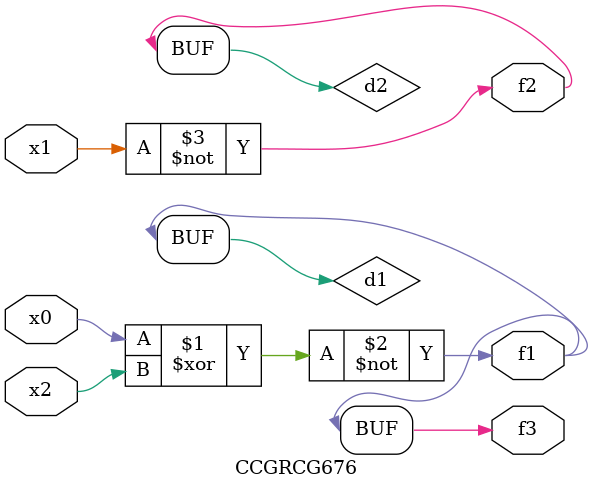
<source format=v>
module CCGRCG676(
	input x0, x1, x2,
	output f1, f2, f3
);

	wire d1, d2, d3;

	xnor (d1, x0, x2);
	nand (d2, x1);
	nor (d3, x1, x2);
	assign f1 = d1;
	assign f2 = d2;
	assign f3 = d1;
endmodule

</source>
